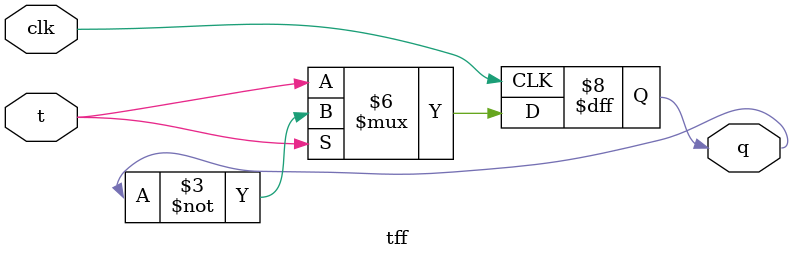
<source format=v>
module tff(clk,t,q);
  input clk,t;
  output reg q=0;
  always @(posedge clk)
    begin
      if(t==0)
        q<=t;
      else
        q<=~q;
    end
endmodule
  


</source>
